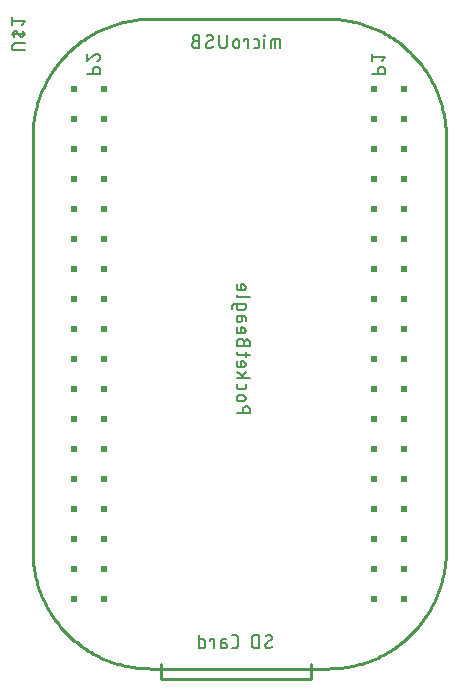
<source format=gbr>
G04 EAGLE Gerber RS-274X export*
G75*
%MOMM*%
%FSLAX34Y34*%
%LPD*%
%INSilkscreen Bottom*%
%IPPOS*%
%AMOC8*
5,1,8,0,0,1.08239X$1,22.5*%
G01*
%ADD10R,0.508000X0.508000*%
%ADD11C,0.254000*%
%ADD12C,0.152400*%


D10*
X828300Y791800D03*
X802900Y791800D03*
X802900Y766400D03*
X828300Y766400D03*
X802900Y741000D03*
X828300Y741000D03*
X802900Y715600D03*
X802900Y690200D03*
X802900Y664800D03*
X828300Y715600D03*
X828300Y690200D03*
X828300Y664800D03*
X802900Y639400D03*
X828300Y639400D03*
X802900Y614000D03*
X828300Y614000D03*
X802900Y588600D03*
X828300Y588600D03*
X802900Y563200D03*
X828300Y563200D03*
X802900Y537800D03*
X828300Y537800D03*
X802900Y512400D03*
X828300Y512400D03*
X802900Y487000D03*
X828300Y487000D03*
X802900Y461600D03*
X828300Y461600D03*
X802900Y436200D03*
X828300Y436200D03*
X802900Y410800D03*
X828300Y410800D03*
X802900Y385400D03*
X828300Y385400D03*
X802900Y360000D03*
X828300Y360000D03*
X574300Y791800D03*
X548900Y791800D03*
X548900Y766400D03*
X574300Y766400D03*
X548900Y741000D03*
X574300Y741000D03*
X548900Y715600D03*
X548900Y690200D03*
X548900Y664800D03*
X574300Y715600D03*
X574300Y690200D03*
X574300Y664800D03*
X548900Y639400D03*
X574300Y639400D03*
X548900Y614000D03*
X574300Y614000D03*
X548900Y588600D03*
X574300Y588600D03*
X548900Y563200D03*
X574300Y563200D03*
X548900Y537800D03*
X574300Y537800D03*
X548900Y512400D03*
X574300Y512400D03*
X548900Y487000D03*
X574300Y487000D03*
X548900Y461600D03*
X574300Y461600D03*
X548900Y436200D03*
X574300Y436200D03*
X548900Y410800D03*
X574300Y410800D03*
X548900Y385400D03*
X574300Y385400D03*
X548900Y360000D03*
X574300Y360000D03*
D11*
X513600Y400900D02*
X513600Y750900D01*
X513629Y753316D01*
X513717Y755731D01*
X513863Y758143D01*
X514067Y760551D01*
X514329Y762954D01*
X514649Y765349D01*
X515027Y767736D01*
X515463Y770113D01*
X515956Y772478D01*
X516506Y774832D01*
X517112Y777171D01*
X517775Y779495D01*
X518494Y781802D01*
X519269Y784091D01*
X520098Y786360D01*
X520983Y788609D01*
X521921Y790836D01*
X522913Y793040D01*
X523957Y795219D01*
X525054Y797372D01*
X526203Y799498D01*
X527403Y801596D01*
X528653Y803664D01*
X529953Y805701D01*
X531302Y807706D01*
X532698Y809679D01*
X534142Y811616D01*
X535633Y813519D01*
X537168Y815384D01*
X538749Y817212D01*
X540373Y819002D01*
X542040Y820751D01*
X543749Y822460D01*
X545498Y824127D01*
X547288Y825751D01*
X549116Y827332D01*
X550981Y828867D01*
X552884Y830358D01*
X554821Y831802D01*
X556794Y833198D01*
X558799Y834547D01*
X560836Y835847D01*
X562904Y837097D01*
X565002Y838297D01*
X567128Y839446D01*
X569281Y840543D01*
X571460Y841587D01*
X573664Y842579D01*
X575891Y843517D01*
X578140Y844402D01*
X580409Y845231D01*
X582698Y846006D01*
X585005Y846725D01*
X587329Y847388D01*
X589668Y847994D01*
X592022Y848544D01*
X594387Y849037D01*
X596764Y849473D01*
X599151Y849851D01*
X601546Y850171D01*
X603949Y850433D01*
X606357Y850637D01*
X608769Y850783D01*
X611184Y850871D01*
X613600Y850900D01*
X763600Y850900D01*
X766016Y850871D01*
X768431Y850783D01*
X770843Y850637D01*
X773251Y850433D01*
X775654Y850171D01*
X778049Y849851D01*
X780436Y849473D01*
X782813Y849037D01*
X785178Y848544D01*
X787532Y847994D01*
X789871Y847388D01*
X792195Y846725D01*
X794502Y846006D01*
X796791Y845231D01*
X799060Y844402D01*
X801309Y843517D01*
X803536Y842579D01*
X805740Y841587D01*
X807919Y840543D01*
X810072Y839446D01*
X812198Y838297D01*
X814296Y837097D01*
X816364Y835847D01*
X818401Y834547D01*
X820406Y833198D01*
X822379Y831802D01*
X824316Y830358D01*
X826219Y828867D01*
X828084Y827332D01*
X829912Y825751D01*
X831702Y824127D01*
X833451Y822460D01*
X835160Y820751D01*
X836827Y819002D01*
X838451Y817212D01*
X840032Y815384D01*
X841567Y813519D01*
X843058Y811616D01*
X844502Y809679D01*
X845898Y807706D01*
X847247Y805701D01*
X848547Y803664D01*
X849797Y801596D01*
X850997Y799498D01*
X852146Y797372D01*
X853243Y795219D01*
X854287Y793040D01*
X855279Y790836D01*
X856217Y788609D01*
X857102Y786360D01*
X857931Y784091D01*
X858706Y781802D01*
X859425Y779495D01*
X860088Y777171D01*
X860694Y774832D01*
X861244Y772478D01*
X861737Y770113D01*
X862173Y767736D01*
X862551Y765349D01*
X862871Y762954D01*
X863133Y760551D01*
X863337Y758143D01*
X863483Y755731D01*
X863571Y753316D01*
X863600Y750900D01*
X863600Y400900D01*
X863571Y398484D01*
X863483Y396069D01*
X863337Y393657D01*
X863133Y391249D01*
X862871Y388846D01*
X862551Y386451D01*
X862173Y384064D01*
X861737Y381687D01*
X861244Y379322D01*
X860694Y376968D01*
X860088Y374629D01*
X859425Y372305D01*
X858706Y369998D01*
X857931Y367709D01*
X857102Y365440D01*
X856217Y363191D01*
X855279Y360964D01*
X854287Y358760D01*
X853243Y356581D01*
X852146Y354428D01*
X850997Y352302D01*
X849797Y350204D01*
X848547Y348136D01*
X847247Y346099D01*
X845898Y344094D01*
X844502Y342121D01*
X843058Y340184D01*
X841567Y338281D01*
X840032Y336416D01*
X838451Y334588D01*
X836827Y332798D01*
X835160Y331049D01*
X833451Y329340D01*
X831702Y327673D01*
X829912Y326049D01*
X828084Y324468D01*
X826219Y322933D01*
X824316Y321442D01*
X822379Y319998D01*
X820406Y318602D01*
X818401Y317253D01*
X816364Y315953D01*
X814296Y314703D01*
X812198Y313503D01*
X810072Y312354D01*
X807919Y311257D01*
X805740Y310213D01*
X803536Y309221D01*
X801309Y308283D01*
X799060Y307398D01*
X796791Y306569D01*
X794502Y305794D01*
X792195Y305075D01*
X789871Y304412D01*
X787532Y303806D01*
X785178Y303256D01*
X782813Y302763D01*
X780436Y302327D01*
X778049Y301949D01*
X775654Y301629D01*
X773251Y301367D01*
X770843Y301163D01*
X768431Y301017D01*
X766016Y300929D01*
X763600Y300900D01*
X613600Y300900D01*
X611184Y300929D01*
X608769Y301017D01*
X606357Y301163D01*
X603949Y301367D01*
X601546Y301629D01*
X599151Y301949D01*
X596764Y302327D01*
X594387Y302763D01*
X592022Y303256D01*
X589668Y303806D01*
X587329Y304412D01*
X585005Y305075D01*
X582698Y305794D01*
X580409Y306569D01*
X578140Y307398D01*
X575891Y308283D01*
X573664Y309221D01*
X571460Y310213D01*
X569281Y311257D01*
X567128Y312354D01*
X565002Y313503D01*
X562904Y314703D01*
X560836Y315953D01*
X558799Y317253D01*
X556794Y318602D01*
X554821Y319998D01*
X552884Y321442D01*
X550981Y322933D01*
X549116Y324468D01*
X547288Y326049D01*
X545498Y327673D01*
X543749Y329340D01*
X542040Y331049D01*
X540373Y332798D01*
X538749Y334588D01*
X537168Y336416D01*
X535633Y338281D01*
X534142Y340184D01*
X532698Y342121D01*
X531302Y344094D01*
X529953Y346099D01*
X528653Y348136D01*
X527403Y350204D01*
X526203Y352302D01*
X525054Y354428D01*
X523957Y356581D01*
X522913Y358760D01*
X521921Y360964D01*
X520983Y363191D01*
X520098Y365440D01*
X519269Y367709D01*
X518494Y369998D01*
X517775Y372305D01*
X517112Y374629D01*
X516506Y376968D01*
X515956Y379322D01*
X515463Y381687D01*
X515027Y384064D01*
X514649Y386451D01*
X514329Y388846D01*
X514067Y391249D01*
X513863Y393657D01*
X513717Y396069D01*
X513629Y398484D01*
X513600Y400900D01*
D12*
X686562Y516806D02*
X697738Y516806D01*
X697738Y519910D01*
X697736Y520021D01*
X697730Y520131D01*
X697720Y520242D01*
X697706Y520352D01*
X697689Y520461D01*
X697667Y520570D01*
X697642Y520678D01*
X697612Y520784D01*
X697579Y520890D01*
X697542Y520995D01*
X697502Y521098D01*
X697457Y521199D01*
X697410Y521299D01*
X697358Y521398D01*
X697303Y521494D01*
X697245Y521588D01*
X697184Y521680D01*
X697119Y521770D01*
X697051Y521858D01*
X696980Y521943D01*
X696906Y522025D01*
X696829Y522105D01*
X696749Y522182D01*
X696667Y522256D01*
X696582Y522327D01*
X696494Y522395D01*
X696404Y522460D01*
X696312Y522521D01*
X696218Y522579D01*
X696122Y522634D01*
X696023Y522686D01*
X695923Y522733D01*
X695822Y522778D01*
X695719Y522818D01*
X695614Y522855D01*
X695508Y522888D01*
X695402Y522918D01*
X695294Y522943D01*
X695185Y522965D01*
X695076Y522982D01*
X694966Y522996D01*
X694855Y523006D01*
X694745Y523012D01*
X694634Y523014D01*
X694523Y523012D01*
X694413Y523006D01*
X694302Y522996D01*
X694192Y522982D01*
X694083Y522965D01*
X693974Y522943D01*
X693866Y522918D01*
X693760Y522888D01*
X693654Y522855D01*
X693549Y522818D01*
X693446Y522778D01*
X693345Y522733D01*
X693245Y522686D01*
X693146Y522634D01*
X693050Y522579D01*
X692956Y522521D01*
X692864Y522460D01*
X692774Y522395D01*
X692686Y522327D01*
X692601Y522256D01*
X692519Y522182D01*
X692439Y522105D01*
X692362Y522025D01*
X692288Y521943D01*
X692217Y521858D01*
X692149Y521770D01*
X692084Y521680D01*
X692023Y521588D01*
X691965Y521494D01*
X691910Y521398D01*
X691858Y521299D01*
X691811Y521199D01*
X691766Y521098D01*
X691726Y520995D01*
X691689Y520890D01*
X691656Y520784D01*
X691626Y520678D01*
X691601Y520570D01*
X691579Y520461D01*
X691562Y520352D01*
X691548Y520242D01*
X691538Y520131D01*
X691532Y520021D01*
X691530Y519910D01*
X691529Y519910D02*
X691529Y516806D01*
X691529Y527502D02*
X689046Y527502D01*
X691529Y527501D02*
X691628Y527503D01*
X691726Y527509D01*
X691825Y527519D01*
X691922Y527532D01*
X692020Y527550D01*
X692116Y527571D01*
X692212Y527597D01*
X692306Y527626D01*
X692399Y527658D01*
X692491Y527695D01*
X692581Y527735D01*
X692670Y527779D01*
X692757Y527826D01*
X692842Y527876D01*
X692924Y527930D01*
X693005Y527987D01*
X693083Y528047D01*
X693159Y528111D01*
X693232Y528177D01*
X693303Y528246D01*
X693371Y528318D01*
X693435Y528393D01*
X693497Y528470D01*
X693556Y528549D01*
X693611Y528631D01*
X693664Y528715D01*
X693712Y528800D01*
X693758Y528888D01*
X693800Y528978D01*
X693838Y529069D01*
X693872Y529161D01*
X693903Y529255D01*
X693930Y529350D01*
X693954Y529446D01*
X693973Y529543D01*
X693989Y529640D01*
X694001Y529738D01*
X694009Y529837D01*
X694013Y529936D01*
X694013Y530034D01*
X694009Y530133D01*
X694001Y530232D01*
X693989Y530330D01*
X693973Y530427D01*
X693954Y530524D01*
X693930Y530620D01*
X693903Y530715D01*
X693872Y530809D01*
X693838Y530901D01*
X693800Y530992D01*
X693758Y531082D01*
X693712Y531170D01*
X693664Y531255D01*
X693611Y531339D01*
X693556Y531421D01*
X693497Y531500D01*
X693435Y531577D01*
X693371Y531652D01*
X693303Y531724D01*
X693232Y531793D01*
X693159Y531859D01*
X693083Y531923D01*
X693005Y531983D01*
X692924Y532040D01*
X692842Y532094D01*
X692757Y532144D01*
X692670Y532191D01*
X692581Y532235D01*
X692491Y532275D01*
X692399Y532312D01*
X692306Y532344D01*
X692212Y532373D01*
X692116Y532399D01*
X692020Y532420D01*
X691922Y532438D01*
X691825Y532451D01*
X691726Y532461D01*
X691628Y532467D01*
X691529Y532469D01*
X689046Y532469D01*
X688947Y532467D01*
X688849Y532461D01*
X688750Y532451D01*
X688653Y532438D01*
X688555Y532420D01*
X688459Y532399D01*
X688363Y532373D01*
X688269Y532344D01*
X688176Y532312D01*
X688084Y532275D01*
X687994Y532235D01*
X687905Y532191D01*
X687818Y532144D01*
X687733Y532094D01*
X687651Y532040D01*
X687570Y531983D01*
X687492Y531923D01*
X687416Y531859D01*
X687343Y531793D01*
X687272Y531724D01*
X687204Y531652D01*
X687140Y531577D01*
X687078Y531500D01*
X687019Y531421D01*
X686964Y531339D01*
X686911Y531255D01*
X686863Y531170D01*
X686817Y531082D01*
X686775Y530992D01*
X686737Y530901D01*
X686703Y530809D01*
X686672Y530715D01*
X686645Y530620D01*
X686621Y530524D01*
X686602Y530427D01*
X686586Y530330D01*
X686574Y530232D01*
X686566Y530133D01*
X686562Y530034D01*
X686562Y529936D01*
X686566Y529837D01*
X686574Y529738D01*
X686586Y529640D01*
X686602Y529543D01*
X686621Y529446D01*
X686645Y529350D01*
X686672Y529255D01*
X686703Y529161D01*
X686737Y529069D01*
X686775Y528978D01*
X686817Y528888D01*
X686863Y528800D01*
X686911Y528715D01*
X686964Y528631D01*
X687019Y528549D01*
X687078Y528470D01*
X687140Y528393D01*
X687204Y528318D01*
X687272Y528246D01*
X687343Y528177D01*
X687416Y528111D01*
X687492Y528047D01*
X687570Y527987D01*
X687651Y527930D01*
X687733Y527876D01*
X687818Y527826D01*
X687905Y527779D01*
X687994Y527735D01*
X688084Y527695D01*
X688176Y527658D01*
X688269Y527626D01*
X688363Y527597D01*
X688459Y527571D01*
X688555Y527550D01*
X688653Y527532D01*
X688750Y527519D01*
X688849Y527509D01*
X688947Y527503D01*
X689046Y527501D01*
X686562Y539287D02*
X686562Y541770D01*
X686562Y539287D02*
X686564Y539203D01*
X686569Y539120D01*
X686579Y539037D01*
X686592Y538954D01*
X686609Y538872D01*
X686629Y538791D01*
X686653Y538711D01*
X686681Y538632D01*
X686712Y538555D01*
X686746Y538479D01*
X686784Y538404D01*
X686826Y538331D01*
X686870Y538261D01*
X686918Y538192D01*
X686968Y538125D01*
X687022Y538061D01*
X687078Y538000D01*
X687138Y537940D01*
X687199Y537884D01*
X687263Y537830D01*
X687330Y537780D01*
X687399Y537732D01*
X687469Y537688D01*
X687542Y537646D01*
X687617Y537608D01*
X687693Y537574D01*
X687770Y537543D01*
X687849Y537515D01*
X687929Y537491D01*
X688010Y537471D01*
X688092Y537454D01*
X688175Y537441D01*
X688258Y537431D01*
X688341Y537426D01*
X688425Y537424D01*
X692150Y537424D01*
X692234Y537426D01*
X692317Y537432D01*
X692400Y537441D01*
X692483Y537454D01*
X692565Y537471D01*
X692646Y537491D01*
X692726Y537515D01*
X692805Y537543D01*
X692882Y537574D01*
X692958Y537608D01*
X693033Y537646D01*
X693106Y537688D01*
X693176Y537732D01*
X693245Y537780D01*
X693312Y537830D01*
X693376Y537884D01*
X693437Y537940D01*
X693497Y538000D01*
X693553Y538061D01*
X693607Y538125D01*
X693657Y538192D01*
X693705Y538261D01*
X693749Y538331D01*
X693791Y538404D01*
X693829Y538479D01*
X693863Y538555D01*
X693894Y538632D01*
X693922Y538711D01*
X693946Y538791D01*
X693966Y538872D01*
X693983Y538954D01*
X693996Y539037D01*
X694006Y539120D01*
X694011Y539203D01*
X694013Y539287D01*
X694013Y541770D01*
X697738Y546721D02*
X686562Y546721D01*
X690287Y546721D02*
X694013Y551688D01*
X691840Y548894D02*
X686562Y551688D01*
X686562Y557939D02*
X686562Y561044D01*
X686562Y557939D02*
X686564Y557855D01*
X686569Y557772D01*
X686579Y557689D01*
X686592Y557606D01*
X686609Y557524D01*
X686629Y557443D01*
X686653Y557363D01*
X686681Y557284D01*
X686712Y557207D01*
X686746Y557131D01*
X686784Y557056D01*
X686826Y556983D01*
X686870Y556913D01*
X686918Y556844D01*
X686968Y556777D01*
X687022Y556713D01*
X687078Y556652D01*
X687138Y556592D01*
X687199Y556536D01*
X687263Y556482D01*
X687330Y556432D01*
X687399Y556384D01*
X687469Y556340D01*
X687542Y556298D01*
X687617Y556260D01*
X687693Y556226D01*
X687770Y556195D01*
X687849Y556167D01*
X687929Y556143D01*
X688010Y556123D01*
X688092Y556106D01*
X688175Y556093D01*
X688258Y556083D01*
X688341Y556078D01*
X688425Y556076D01*
X688425Y556077D02*
X691529Y556077D01*
X691529Y556076D02*
X691628Y556078D01*
X691726Y556084D01*
X691825Y556094D01*
X691922Y556107D01*
X692020Y556125D01*
X692116Y556146D01*
X692212Y556172D01*
X692306Y556201D01*
X692399Y556233D01*
X692491Y556270D01*
X692581Y556310D01*
X692670Y556354D01*
X692757Y556401D01*
X692842Y556451D01*
X692924Y556505D01*
X693005Y556562D01*
X693083Y556622D01*
X693159Y556686D01*
X693232Y556752D01*
X693303Y556821D01*
X693371Y556893D01*
X693435Y556968D01*
X693497Y557045D01*
X693556Y557124D01*
X693611Y557206D01*
X693664Y557290D01*
X693712Y557375D01*
X693758Y557463D01*
X693800Y557553D01*
X693838Y557644D01*
X693872Y557736D01*
X693903Y557830D01*
X693930Y557925D01*
X693954Y558021D01*
X693973Y558118D01*
X693989Y558215D01*
X694001Y558313D01*
X694009Y558412D01*
X694013Y558511D01*
X694013Y558609D01*
X694009Y558708D01*
X694001Y558807D01*
X693989Y558905D01*
X693973Y559002D01*
X693954Y559099D01*
X693930Y559195D01*
X693903Y559290D01*
X693872Y559384D01*
X693838Y559476D01*
X693800Y559567D01*
X693758Y559657D01*
X693712Y559745D01*
X693664Y559830D01*
X693611Y559914D01*
X693556Y559996D01*
X693497Y560075D01*
X693435Y560152D01*
X693371Y560227D01*
X693303Y560299D01*
X693232Y560368D01*
X693159Y560434D01*
X693083Y560498D01*
X693005Y560558D01*
X692924Y560615D01*
X692842Y560669D01*
X692757Y560719D01*
X692670Y560766D01*
X692581Y560810D01*
X692491Y560850D01*
X692399Y560887D01*
X692306Y560919D01*
X692212Y560948D01*
X692116Y560974D01*
X692020Y560995D01*
X691922Y561013D01*
X691825Y561026D01*
X691726Y561036D01*
X691628Y561042D01*
X691529Y561044D01*
X690287Y561044D01*
X690287Y556077D01*
X694013Y564964D02*
X694013Y568689D01*
X697738Y566206D02*
X688425Y566206D01*
X688425Y566205D02*
X688341Y566207D01*
X688258Y566212D01*
X688175Y566222D01*
X688092Y566235D01*
X688010Y566252D01*
X687929Y566272D01*
X687849Y566296D01*
X687770Y566324D01*
X687693Y566355D01*
X687617Y566389D01*
X687542Y566427D01*
X687469Y566469D01*
X687399Y566513D01*
X687330Y566561D01*
X687263Y566611D01*
X687199Y566665D01*
X687138Y566721D01*
X687078Y566781D01*
X687022Y566842D01*
X686968Y566906D01*
X686918Y566973D01*
X686870Y567042D01*
X686826Y567112D01*
X686784Y567185D01*
X686746Y567260D01*
X686712Y567336D01*
X686681Y567413D01*
X686653Y567492D01*
X686629Y567572D01*
X686609Y567653D01*
X686592Y567735D01*
X686579Y567818D01*
X686569Y567901D01*
X686564Y567984D01*
X686562Y568068D01*
X686562Y568689D01*
X692771Y573955D02*
X692771Y577060D01*
X692770Y577060D02*
X692768Y577171D01*
X692762Y577281D01*
X692752Y577392D01*
X692738Y577502D01*
X692721Y577611D01*
X692699Y577720D01*
X692674Y577828D01*
X692644Y577934D01*
X692611Y578040D01*
X692574Y578145D01*
X692534Y578248D01*
X692489Y578349D01*
X692442Y578449D01*
X692390Y578548D01*
X692335Y578644D01*
X692277Y578738D01*
X692216Y578830D01*
X692151Y578920D01*
X692083Y579008D01*
X692012Y579093D01*
X691938Y579175D01*
X691861Y579255D01*
X691781Y579332D01*
X691699Y579406D01*
X691614Y579477D01*
X691526Y579545D01*
X691436Y579610D01*
X691344Y579671D01*
X691250Y579729D01*
X691154Y579784D01*
X691055Y579836D01*
X690955Y579883D01*
X690854Y579928D01*
X690751Y579968D01*
X690646Y580005D01*
X690540Y580038D01*
X690434Y580068D01*
X690326Y580093D01*
X690217Y580115D01*
X690108Y580132D01*
X689998Y580146D01*
X689887Y580156D01*
X689777Y580162D01*
X689666Y580164D01*
X689555Y580162D01*
X689445Y580156D01*
X689334Y580146D01*
X689224Y580132D01*
X689115Y580115D01*
X689006Y580093D01*
X688898Y580068D01*
X688792Y580038D01*
X688686Y580005D01*
X688581Y579968D01*
X688478Y579928D01*
X688377Y579883D01*
X688277Y579836D01*
X688178Y579784D01*
X688082Y579729D01*
X687988Y579671D01*
X687896Y579610D01*
X687806Y579545D01*
X687718Y579477D01*
X687633Y579406D01*
X687551Y579332D01*
X687471Y579255D01*
X687394Y579175D01*
X687320Y579093D01*
X687249Y579008D01*
X687181Y578920D01*
X687116Y578830D01*
X687055Y578738D01*
X686997Y578644D01*
X686942Y578548D01*
X686890Y578449D01*
X686843Y578349D01*
X686798Y578248D01*
X686758Y578145D01*
X686721Y578040D01*
X686688Y577934D01*
X686658Y577828D01*
X686633Y577720D01*
X686611Y577611D01*
X686594Y577502D01*
X686580Y577392D01*
X686570Y577281D01*
X686564Y577171D01*
X686562Y577060D01*
X686562Y573955D01*
X697738Y573955D01*
X697738Y577060D01*
X697736Y577159D01*
X697730Y577257D01*
X697720Y577356D01*
X697707Y577453D01*
X697689Y577551D01*
X697668Y577647D01*
X697642Y577743D01*
X697613Y577837D01*
X697581Y577930D01*
X697544Y578022D01*
X697504Y578112D01*
X697460Y578201D01*
X697413Y578288D01*
X697363Y578373D01*
X697309Y578455D01*
X697252Y578536D01*
X697192Y578614D01*
X697128Y578690D01*
X697062Y578763D01*
X696993Y578834D01*
X696921Y578902D01*
X696846Y578966D01*
X696769Y579028D01*
X696690Y579087D01*
X696608Y579142D01*
X696524Y579195D01*
X696439Y579243D01*
X696351Y579289D01*
X696261Y579331D01*
X696170Y579369D01*
X696078Y579403D01*
X695984Y579434D01*
X695889Y579461D01*
X695793Y579485D01*
X695696Y579504D01*
X695599Y579520D01*
X695501Y579532D01*
X695402Y579540D01*
X695303Y579544D01*
X695205Y579544D01*
X695106Y579540D01*
X695007Y579532D01*
X694909Y579520D01*
X694812Y579504D01*
X694715Y579485D01*
X694619Y579461D01*
X694524Y579434D01*
X694430Y579403D01*
X694338Y579369D01*
X694247Y579331D01*
X694157Y579289D01*
X694069Y579243D01*
X693984Y579195D01*
X693900Y579142D01*
X693818Y579087D01*
X693739Y579028D01*
X693662Y578966D01*
X693587Y578902D01*
X693515Y578834D01*
X693446Y578763D01*
X693380Y578690D01*
X693316Y578614D01*
X693256Y578536D01*
X693199Y578455D01*
X693145Y578373D01*
X693095Y578288D01*
X693048Y578201D01*
X693004Y578112D01*
X692964Y578022D01*
X692927Y577930D01*
X692895Y577837D01*
X692866Y577743D01*
X692840Y577647D01*
X692819Y577551D01*
X692801Y577453D01*
X692788Y577356D01*
X692778Y577257D01*
X692772Y577159D01*
X692770Y577060D01*
X686562Y586514D02*
X686562Y589619D01*
X686562Y586514D02*
X686564Y586430D01*
X686569Y586347D01*
X686579Y586264D01*
X686592Y586181D01*
X686609Y586099D01*
X686629Y586018D01*
X686653Y585938D01*
X686681Y585859D01*
X686712Y585782D01*
X686746Y585706D01*
X686784Y585631D01*
X686826Y585558D01*
X686870Y585488D01*
X686918Y585419D01*
X686968Y585352D01*
X687022Y585288D01*
X687078Y585227D01*
X687138Y585167D01*
X687199Y585111D01*
X687263Y585057D01*
X687330Y585007D01*
X687399Y584959D01*
X687469Y584915D01*
X687542Y584873D01*
X687617Y584835D01*
X687693Y584801D01*
X687770Y584770D01*
X687849Y584742D01*
X687929Y584718D01*
X688010Y584698D01*
X688092Y584681D01*
X688175Y584668D01*
X688258Y584658D01*
X688341Y584653D01*
X688425Y584651D01*
X688425Y584652D02*
X691529Y584652D01*
X691529Y584651D02*
X691628Y584653D01*
X691726Y584659D01*
X691825Y584669D01*
X691922Y584682D01*
X692020Y584700D01*
X692116Y584721D01*
X692212Y584747D01*
X692306Y584776D01*
X692399Y584808D01*
X692491Y584845D01*
X692581Y584885D01*
X692670Y584929D01*
X692757Y584976D01*
X692842Y585026D01*
X692924Y585080D01*
X693005Y585137D01*
X693083Y585197D01*
X693159Y585261D01*
X693232Y585327D01*
X693303Y585396D01*
X693371Y585468D01*
X693435Y585543D01*
X693497Y585620D01*
X693556Y585699D01*
X693611Y585781D01*
X693664Y585865D01*
X693712Y585950D01*
X693758Y586038D01*
X693800Y586128D01*
X693838Y586219D01*
X693872Y586311D01*
X693903Y586405D01*
X693930Y586500D01*
X693954Y586596D01*
X693973Y586693D01*
X693989Y586790D01*
X694001Y586888D01*
X694009Y586987D01*
X694013Y587086D01*
X694013Y587184D01*
X694009Y587283D01*
X694001Y587382D01*
X693989Y587480D01*
X693973Y587577D01*
X693954Y587674D01*
X693930Y587770D01*
X693903Y587865D01*
X693872Y587959D01*
X693838Y588051D01*
X693800Y588142D01*
X693758Y588232D01*
X693712Y588320D01*
X693664Y588405D01*
X693611Y588489D01*
X693556Y588571D01*
X693497Y588650D01*
X693435Y588727D01*
X693371Y588802D01*
X693303Y588874D01*
X693232Y588943D01*
X693159Y589009D01*
X693083Y589073D01*
X693005Y589133D01*
X692924Y589190D01*
X692842Y589244D01*
X692757Y589294D01*
X692670Y589341D01*
X692581Y589385D01*
X692491Y589425D01*
X692399Y589462D01*
X692306Y589494D01*
X692212Y589523D01*
X692116Y589549D01*
X692020Y589570D01*
X691922Y589588D01*
X691825Y589601D01*
X691726Y589611D01*
X691628Y589617D01*
X691529Y589619D01*
X690287Y589619D01*
X690287Y584652D01*
X690908Y596657D02*
X690908Y599451D01*
X690908Y596657D02*
X690906Y596565D01*
X690900Y596473D01*
X690890Y596381D01*
X690877Y596290D01*
X690859Y596199D01*
X690838Y596109D01*
X690813Y596021D01*
X690784Y595933D01*
X690751Y595847D01*
X690715Y595762D01*
X690675Y595679D01*
X690632Y595597D01*
X690585Y595518D01*
X690535Y595440D01*
X690482Y595365D01*
X690426Y595292D01*
X690366Y595221D01*
X690304Y595153D01*
X690239Y595088D01*
X690171Y595026D01*
X690100Y594966D01*
X690027Y594910D01*
X689952Y594857D01*
X689874Y594807D01*
X689795Y594760D01*
X689713Y594717D01*
X689630Y594677D01*
X689545Y594641D01*
X689459Y594608D01*
X689371Y594579D01*
X689283Y594554D01*
X689193Y594533D01*
X689102Y594515D01*
X689011Y594502D01*
X688919Y594492D01*
X688827Y594486D01*
X688735Y594484D01*
X688643Y594486D01*
X688551Y594492D01*
X688459Y594502D01*
X688368Y594515D01*
X688277Y594533D01*
X688187Y594554D01*
X688099Y594579D01*
X688011Y594608D01*
X687925Y594641D01*
X687840Y594677D01*
X687757Y594717D01*
X687675Y594760D01*
X687596Y594807D01*
X687518Y594857D01*
X687443Y594910D01*
X687370Y594966D01*
X687299Y595026D01*
X687231Y595088D01*
X687166Y595153D01*
X687104Y595221D01*
X687044Y595292D01*
X686988Y595365D01*
X686935Y595440D01*
X686885Y595518D01*
X686838Y595597D01*
X686795Y595679D01*
X686755Y595762D01*
X686719Y595847D01*
X686686Y595933D01*
X686657Y596021D01*
X686632Y596109D01*
X686611Y596199D01*
X686593Y596290D01*
X686580Y596381D01*
X686570Y596473D01*
X686564Y596565D01*
X686562Y596657D01*
X686562Y599451D01*
X692150Y599451D01*
X692234Y599449D01*
X692317Y599444D01*
X692400Y599434D01*
X692483Y599421D01*
X692565Y599404D01*
X692646Y599384D01*
X692726Y599360D01*
X692805Y599332D01*
X692882Y599301D01*
X692958Y599267D01*
X693033Y599229D01*
X693106Y599187D01*
X693176Y599143D01*
X693245Y599095D01*
X693312Y599045D01*
X693376Y598991D01*
X693437Y598935D01*
X693497Y598875D01*
X693553Y598814D01*
X693607Y598750D01*
X693657Y598683D01*
X693705Y598614D01*
X693749Y598544D01*
X693791Y598471D01*
X693829Y598396D01*
X693863Y598320D01*
X693894Y598243D01*
X693922Y598164D01*
X693946Y598084D01*
X693966Y598003D01*
X693983Y597921D01*
X693996Y597838D01*
X694006Y597755D01*
X694011Y597672D01*
X694013Y597588D01*
X694013Y595105D01*
X686562Y606633D02*
X686562Y609738D01*
X686562Y606633D02*
X686564Y606549D01*
X686569Y606466D01*
X686579Y606383D01*
X686592Y606300D01*
X686609Y606218D01*
X686629Y606137D01*
X686653Y606057D01*
X686681Y605978D01*
X686712Y605901D01*
X686746Y605825D01*
X686784Y605750D01*
X686826Y605677D01*
X686870Y605607D01*
X686918Y605538D01*
X686968Y605471D01*
X687022Y605407D01*
X687078Y605346D01*
X687138Y605286D01*
X687199Y605230D01*
X687263Y605176D01*
X687330Y605126D01*
X687399Y605078D01*
X687469Y605034D01*
X687542Y604992D01*
X687617Y604954D01*
X687693Y604920D01*
X687770Y604889D01*
X687849Y604861D01*
X687929Y604837D01*
X688010Y604817D01*
X688092Y604800D01*
X688175Y604787D01*
X688258Y604777D01*
X688341Y604772D01*
X688425Y604770D01*
X688425Y604771D02*
X692150Y604771D01*
X692150Y604770D02*
X692234Y604772D01*
X692317Y604778D01*
X692400Y604787D01*
X692483Y604800D01*
X692565Y604817D01*
X692646Y604837D01*
X692726Y604861D01*
X692805Y604889D01*
X692882Y604920D01*
X692958Y604954D01*
X693033Y604992D01*
X693106Y605034D01*
X693176Y605078D01*
X693245Y605126D01*
X693312Y605176D01*
X693376Y605230D01*
X693437Y605286D01*
X693497Y605346D01*
X693553Y605407D01*
X693607Y605471D01*
X693657Y605538D01*
X693705Y605607D01*
X693749Y605677D01*
X693791Y605750D01*
X693829Y605825D01*
X693863Y605901D01*
X693894Y605978D01*
X693922Y606057D01*
X693946Y606137D01*
X693966Y606218D01*
X693983Y606300D01*
X693996Y606383D01*
X694006Y606466D01*
X694011Y606549D01*
X694013Y606633D01*
X694013Y609738D01*
X684699Y609738D01*
X684613Y609736D01*
X684527Y609730D01*
X684442Y609720D01*
X684357Y609706D01*
X684272Y609689D01*
X684189Y609667D01*
X684107Y609641D01*
X684026Y609612D01*
X683947Y609579D01*
X683869Y609543D01*
X683792Y609503D01*
X683718Y609459D01*
X683646Y609412D01*
X683576Y609362D01*
X683509Y609308D01*
X683444Y609252D01*
X683382Y609192D01*
X683322Y609130D01*
X683266Y609065D01*
X683212Y608998D01*
X683162Y608928D01*
X683115Y608856D01*
X683071Y608782D01*
X683031Y608705D01*
X682995Y608628D01*
X682962Y608548D01*
X682933Y608467D01*
X682907Y608385D01*
X682885Y608302D01*
X682868Y608217D01*
X682854Y608132D01*
X682844Y608047D01*
X682838Y607961D01*
X682836Y607875D01*
X682837Y607875D02*
X682837Y605392D01*
X688425Y615223D02*
X697738Y615223D01*
X688425Y615223D02*
X688341Y615225D01*
X688258Y615230D01*
X688175Y615240D01*
X688092Y615253D01*
X688010Y615270D01*
X687929Y615290D01*
X687849Y615314D01*
X687770Y615342D01*
X687693Y615373D01*
X687617Y615407D01*
X687542Y615445D01*
X687469Y615487D01*
X687399Y615531D01*
X687330Y615579D01*
X687263Y615629D01*
X687199Y615683D01*
X687138Y615739D01*
X687078Y615799D01*
X687022Y615860D01*
X686968Y615924D01*
X686918Y615991D01*
X686870Y616060D01*
X686826Y616130D01*
X686784Y616203D01*
X686746Y616278D01*
X686712Y616354D01*
X686681Y616431D01*
X686653Y616510D01*
X686629Y616590D01*
X686609Y616671D01*
X686592Y616753D01*
X686579Y616836D01*
X686569Y616919D01*
X686564Y617002D01*
X686562Y617086D01*
X686562Y623090D02*
X686562Y626194D01*
X686562Y623090D02*
X686564Y623006D01*
X686569Y622923D01*
X686579Y622840D01*
X686592Y622757D01*
X686609Y622675D01*
X686629Y622594D01*
X686653Y622514D01*
X686681Y622435D01*
X686712Y622358D01*
X686746Y622282D01*
X686784Y622207D01*
X686826Y622134D01*
X686870Y622064D01*
X686918Y621995D01*
X686968Y621928D01*
X687022Y621864D01*
X687078Y621803D01*
X687138Y621743D01*
X687199Y621687D01*
X687263Y621633D01*
X687330Y621583D01*
X687399Y621535D01*
X687469Y621491D01*
X687542Y621449D01*
X687617Y621411D01*
X687693Y621377D01*
X687770Y621346D01*
X687849Y621318D01*
X687929Y621294D01*
X688010Y621274D01*
X688092Y621257D01*
X688175Y621244D01*
X688258Y621234D01*
X688341Y621229D01*
X688425Y621227D01*
X691529Y621227D01*
X691628Y621229D01*
X691726Y621235D01*
X691825Y621245D01*
X691922Y621258D01*
X692020Y621276D01*
X692116Y621297D01*
X692212Y621323D01*
X692306Y621352D01*
X692399Y621384D01*
X692491Y621421D01*
X692581Y621461D01*
X692670Y621505D01*
X692757Y621552D01*
X692842Y621602D01*
X692924Y621656D01*
X693005Y621713D01*
X693083Y621773D01*
X693159Y621837D01*
X693232Y621903D01*
X693303Y621972D01*
X693371Y622044D01*
X693435Y622119D01*
X693497Y622196D01*
X693556Y622275D01*
X693611Y622357D01*
X693664Y622441D01*
X693712Y622526D01*
X693758Y622614D01*
X693800Y622704D01*
X693838Y622795D01*
X693872Y622887D01*
X693903Y622981D01*
X693930Y623076D01*
X693954Y623172D01*
X693973Y623269D01*
X693989Y623366D01*
X694001Y623464D01*
X694009Y623563D01*
X694013Y623662D01*
X694013Y623760D01*
X694009Y623859D01*
X694001Y623958D01*
X693989Y624056D01*
X693973Y624153D01*
X693954Y624250D01*
X693930Y624346D01*
X693903Y624441D01*
X693872Y624535D01*
X693838Y624627D01*
X693800Y624718D01*
X693758Y624808D01*
X693712Y624896D01*
X693664Y624981D01*
X693611Y625065D01*
X693556Y625147D01*
X693497Y625226D01*
X693435Y625303D01*
X693371Y625378D01*
X693303Y625450D01*
X693232Y625519D01*
X693159Y625585D01*
X693083Y625649D01*
X693005Y625709D01*
X692924Y625766D01*
X692842Y625820D01*
X692757Y625870D01*
X692670Y625917D01*
X692581Y625961D01*
X692491Y626001D01*
X692399Y626038D01*
X692306Y626070D01*
X692212Y626099D01*
X692116Y626125D01*
X692020Y626146D01*
X691922Y626164D01*
X691825Y626177D01*
X691726Y626187D01*
X691628Y626193D01*
X691529Y626195D01*
X691529Y626194D02*
X690287Y626194D01*
X690287Y621227D01*
X570738Y804277D02*
X559562Y804277D01*
X570738Y804277D02*
X570738Y807381D01*
X570736Y807492D01*
X570730Y807602D01*
X570720Y807713D01*
X570706Y807823D01*
X570689Y807932D01*
X570667Y808041D01*
X570642Y808149D01*
X570612Y808255D01*
X570579Y808361D01*
X570542Y808466D01*
X570502Y808569D01*
X570457Y808670D01*
X570410Y808770D01*
X570358Y808869D01*
X570303Y808965D01*
X570245Y809059D01*
X570184Y809151D01*
X570119Y809241D01*
X570051Y809329D01*
X569980Y809414D01*
X569906Y809496D01*
X569829Y809576D01*
X569749Y809653D01*
X569667Y809727D01*
X569582Y809798D01*
X569494Y809866D01*
X569404Y809931D01*
X569312Y809992D01*
X569218Y810050D01*
X569122Y810105D01*
X569023Y810157D01*
X568923Y810204D01*
X568822Y810249D01*
X568719Y810289D01*
X568614Y810326D01*
X568508Y810359D01*
X568402Y810389D01*
X568294Y810414D01*
X568185Y810436D01*
X568076Y810453D01*
X567966Y810467D01*
X567855Y810477D01*
X567745Y810483D01*
X567634Y810485D01*
X567523Y810483D01*
X567413Y810477D01*
X567302Y810467D01*
X567192Y810453D01*
X567083Y810436D01*
X566974Y810414D01*
X566866Y810389D01*
X566760Y810359D01*
X566654Y810326D01*
X566549Y810289D01*
X566446Y810249D01*
X566345Y810204D01*
X566245Y810157D01*
X566146Y810105D01*
X566050Y810050D01*
X565956Y809992D01*
X565864Y809931D01*
X565774Y809866D01*
X565686Y809798D01*
X565601Y809727D01*
X565519Y809653D01*
X565439Y809576D01*
X565362Y809496D01*
X565288Y809414D01*
X565217Y809329D01*
X565149Y809241D01*
X565084Y809151D01*
X565023Y809059D01*
X564965Y808965D01*
X564910Y808869D01*
X564858Y808770D01*
X564811Y808670D01*
X564766Y808569D01*
X564726Y808466D01*
X564689Y808361D01*
X564656Y808255D01*
X564626Y808149D01*
X564601Y808041D01*
X564579Y807932D01*
X564562Y807823D01*
X564548Y807713D01*
X564538Y807602D01*
X564532Y807492D01*
X564530Y807381D01*
X564529Y807381D02*
X564529Y804277D01*
X570738Y818529D02*
X570736Y818633D01*
X570730Y818738D01*
X570720Y818842D01*
X570707Y818945D01*
X570689Y819048D01*
X570668Y819151D01*
X570643Y819252D01*
X570614Y819353D01*
X570581Y819452D01*
X570545Y819550D01*
X570505Y819646D01*
X570461Y819741D01*
X570414Y819835D01*
X570364Y819926D01*
X570310Y820015D01*
X570253Y820103D01*
X570192Y820188D01*
X570128Y820271D01*
X570062Y820351D01*
X569992Y820429D01*
X569920Y820505D01*
X569844Y820577D01*
X569766Y820647D01*
X569686Y820713D01*
X569603Y820777D01*
X569518Y820838D01*
X569430Y820895D01*
X569341Y820949D01*
X569250Y820999D01*
X569156Y821046D01*
X569061Y821090D01*
X568965Y821130D01*
X568867Y821166D01*
X568768Y821199D01*
X568667Y821228D01*
X568566Y821253D01*
X568463Y821274D01*
X568360Y821292D01*
X568257Y821305D01*
X568153Y821315D01*
X568048Y821321D01*
X567944Y821323D01*
X570739Y818529D02*
X570737Y818410D01*
X570731Y818292D01*
X570721Y818173D01*
X570708Y818055D01*
X570690Y817938D01*
X570668Y817821D01*
X570643Y817705D01*
X570614Y817590D01*
X570581Y817475D01*
X570544Y817362D01*
X570504Y817251D01*
X570460Y817140D01*
X570412Y817032D01*
X570361Y816925D01*
X570306Y816819D01*
X570247Y816716D01*
X570186Y816614D01*
X570121Y816515D01*
X570052Y816417D01*
X569981Y816323D01*
X569906Y816230D01*
X569829Y816140D01*
X569748Y816053D01*
X569665Y815968D01*
X569579Y815886D01*
X569490Y815807D01*
X569399Y815731D01*
X569305Y815658D01*
X569209Y815589D01*
X569110Y815522D01*
X569010Y815459D01*
X568907Y815399D01*
X568803Y815342D01*
X568696Y815290D01*
X568588Y815240D01*
X568479Y815194D01*
X568367Y815152D01*
X568255Y815114D01*
X565771Y820392D02*
X565845Y820467D01*
X565922Y820539D01*
X566001Y820609D01*
X566083Y820676D01*
X566167Y820740D01*
X566253Y820801D01*
X566341Y820859D01*
X566432Y820914D01*
X566524Y820966D01*
X566618Y821014D01*
X566713Y821059D01*
X566811Y821101D01*
X566909Y821139D01*
X567009Y821174D01*
X567110Y821205D01*
X567212Y821232D01*
X567315Y821256D01*
X567418Y821277D01*
X567523Y821293D01*
X567628Y821306D01*
X567733Y821316D01*
X567838Y821321D01*
X567944Y821323D01*
X565771Y820392D02*
X559562Y815114D01*
X559562Y821323D01*
X800862Y804277D02*
X812038Y804277D01*
X812038Y807381D01*
X812036Y807492D01*
X812030Y807602D01*
X812020Y807713D01*
X812006Y807823D01*
X811989Y807932D01*
X811967Y808041D01*
X811942Y808149D01*
X811912Y808255D01*
X811879Y808361D01*
X811842Y808466D01*
X811802Y808569D01*
X811757Y808670D01*
X811710Y808770D01*
X811658Y808869D01*
X811603Y808965D01*
X811545Y809059D01*
X811484Y809151D01*
X811419Y809241D01*
X811351Y809329D01*
X811280Y809414D01*
X811206Y809496D01*
X811129Y809576D01*
X811049Y809653D01*
X810967Y809727D01*
X810882Y809798D01*
X810794Y809866D01*
X810704Y809931D01*
X810612Y809992D01*
X810518Y810050D01*
X810422Y810105D01*
X810323Y810157D01*
X810223Y810204D01*
X810122Y810249D01*
X810019Y810289D01*
X809914Y810326D01*
X809808Y810359D01*
X809702Y810389D01*
X809594Y810414D01*
X809485Y810436D01*
X809376Y810453D01*
X809266Y810467D01*
X809155Y810477D01*
X809045Y810483D01*
X808934Y810485D01*
X808823Y810483D01*
X808713Y810477D01*
X808602Y810467D01*
X808492Y810453D01*
X808383Y810436D01*
X808274Y810414D01*
X808166Y810389D01*
X808060Y810359D01*
X807954Y810326D01*
X807849Y810289D01*
X807746Y810249D01*
X807645Y810204D01*
X807545Y810157D01*
X807446Y810105D01*
X807350Y810050D01*
X807256Y809992D01*
X807164Y809931D01*
X807074Y809866D01*
X806986Y809798D01*
X806901Y809727D01*
X806819Y809653D01*
X806739Y809576D01*
X806662Y809496D01*
X806588Y809414D01*
X806517Y809329D01*
X806449Y809241D01*
X806384Y809151D01*
X806323Y809059D01*
X806265Y808965D01*
X806210Y808869D01*
X806158Y808770D01*
X806111Y808670D01*
X806066Y808569D01*
X806026Y808466D01*
X805989Y808361D01*
X805956Y808255D01*
X805926Y808149D01*
X805901Y808041D01*
X805879Y807932D01*
X805862Y807823D01*
X805848Y807713D01*
X805838Y807602D01*
X805832Y807492D01*
X805830Y807381D01*
X805829Y807381D02*
X805829Y804277D01*
X809554Y815114D02*
X812038Y818219D01*
X800862Y818219D01*
X800862Y821323D02*
X800862Y815114D01*
X722849Y826262D02*
X722849Y833713D01*
X717261Y833713D01*
X717175Y833711D01*
X717089Y833705D01*
X717004Y833695D01*
X716919Y833681D01*
X716834Y833664D01*
X716751Y833642D01*
X716669Y833616D01*
X716588Y833587D01*
X716509Y833554D01*
X716431Y833518D01*
X716354Y833478D01*
X716280Y833434D01*
X716208Y833387D01*
X716138Y833337D01*
X716071Y833283D01*
X716006Y833227D01*
X715944Y833167D01*
X715884Y833105D01*
X715828Y833040D01*
X715774Y832973D01*
X715724Y832903D01*
X715677Y832831D01*
X715633Y832757D01*
X715593Y832680D01*
X715557Y832603D01*
X715524Y832523D01*
X715495Y832442D01*
X715469Y832360D01*
X715447Y832277D01*
X715430Y832192D01*
X715416Y832107D01*
X715406Y832022D01*
X715400Y831936D01*
X715398Y831850D01*
X715398Y826262D01*
X719123Y826262D02*
X719123Y833713D01*
X709979Y833713D02*
X709979Y826262D01*
X710290Y836817D02*
X710290Y837438D01*
X709669Y837438D01*
X709669Y836817D01*
X710290Y836817D01*
X703345Y826262D02*
X700861Y826262D01*
X703345Y826262D02*
X703429Y826264D01*
X703512Y826270D01*
X703595Y826279D01*
X703678Y826292D01*
X703760Y826309D01*
X703841Y826329D01*
X703921Y826353D01*
X704000Y826381D01*
X704077Y826412D01*
X704153Y826446D01*
X704228Y826484D01*
X704301Y826526D01*
X704371Y826570D01*
X704440Y826618D01*
X704507Y826668D01*
X704571Y826722D01*
X704632Y826778D01*
X704692Y826838D01*
X704748Y826899D01*
X704802Y826963D01*
X704852Y827030D01*
X704900Y827099D01*
X704944Y827169D01*
X704986Y827242D01*
X705024Y827317D01*
X705058Y827393D01*
X705089Y827470D01*
X705117Y827549D01*
X705141Y827629D01*
X705161Y827710D01*
X705178Y827792D01*
X705191Y827875D01*
X705201Y827958D01*
X705206Y828041D01*
X705208Y828125D01*
X705207Y828125D02*
X705207Y831850D01*
X705208Y831850D02*
X705206Y831934D01*
X705201Y832017D01*
X705191Y832100D01*
X705178Y832183D01*
X705161Y832265D01*
X705141Y832346D01*
X705117Y832426D01*
X705089Y832505D01*
X705058Y832582D01*
X705024Y832658D01*
X704986Y832733D01*
X704944Y832806D01*
X704900Y832876D01*
X704852Y832945D01*
X704802Y833012D01*
X704748Y833076D01*
X704692Y833137D01*
X704632Y833197D01*
X704571Y833253D01*
X704507Y833307D01*
X704440Y833357D01*
X704371Y833405D01*
X704301Y833449D01*
X704228Y833491D01*
X704153Y833529D01*
X704077Y833563D01*
X704000Y833594D01*
X703921Y833622D01*
X703841Y833646D01*
X703760Y833666D01*
X703678Y833683D01*
X703595Y833696D01*
X703512Y833706D01*
X703429Y833711D01*
X703345Y833713D01*
X700861Y833713D01*
X695997Y833713D02*
X695997Y826262D01*
X695997Y833713D02*
X692272Y833713D01*
X692272Y832471D01*
X688460Y831229D02*
X688460Y828746D01*
X688460Y831229D02*
X688458Y831328D01*
X688452Y831426D01*
X688442Y831525D01*
X688429Y831622D01*
X688411Y831720D01*
X688390Y831816D01*
X688364Y831912D01*
X688335Y832006D01*
X688303Y832099D01*
X688266Y832191D01*
X688226Y832281D01*
X688182Y832370D01*
X688135Y832457D01*
X688085Y832542D01*
X688031Y832624D01*
X687974Y832705D01*
X687914Y832783D01*
X687850Y832859D01*
X687784Y832932D01*
X687715Y833003D01*
X687643Y833071D01*
X687568Y833135D01*
X687491Y833197D01*
X687412Y833256D01*
X687330Y833311D01*
X687246Y833364D01*
X687161Y833412D01*
X687073Y833458D01*
X686983Y833500D01*
X686892Y833538D01*
X686800Y833572D01*
X686706Y833603D01*
X686611Y833630D01*
X686515Y833654D01*
X686418Y833673D01*
X686321Y833689D01*
X686223Y833701D01*
X686124Y833709D01*
X686025Y833713D01*
X685927Y833713D01*
X685828Y833709D01*
X685729Y833701D01*
X685631Y833689D01*
X685534Y833673D01*
X685437Y833654D01*
X685341Y833630D01*
X685246Y833603D01*
X685152Y833572D01*
X685060Y833538D01*
X684969Y833500D01*
X684879Y833458D01*
X684791Y833412D01*
X684706Y833364D01*
X684622Y833311D01*
X684540Y833256D01*
X684461Y833197D01*
X684384Y833135D01*
X684309Y833071D01*
X684237Y833003D01*
X684168Y832932D01*
X684102Y832859D01*
X684038Y832783D01*
X683978Y832705D01*
X683921Y832624D01*
X683867Y832542D01*
X683817Y832457D01*
X683770Y832370D01*
X683726Y832281D01*
X683686Y832191D01*
X683649Y832099D01*
X683617Y832006D01*
X683588Y831912D01*
X683562Y831816D01*
X683541Y831720D01*
X683523Y831622D01*
X683510Y831525D01*
X683500Y831426D01*
X683494Y831328D01*
X683492Y831229D01*
X683493Y831229D02*
X683493Y828746D01*
X683492Y828746D02*
X683494Y828647D01*
X683500Y828549D01*
X683510Y828450D01*
X683523Y828353D01*
X683541Y828255D01*
X683562Y828159D01*
X683588Y828063D01*
X683617Y827969D01*
X683649Y827876D01*
X683686Y827784D01*
X683726Y827694D01*
X683770Y827605D01*
X683817Y827518D01*
X683867Y827433D01*
X683921Y827351D01*
X683978Y827270D01*
X684038Y827192D01*
X684102Y827116D01*
X684168Y827043D01*
X684237Y826972D01*
X684309Y826904D01*
X684384Y826840D01*
X684461Y826778D01*
X684540Y826719D01*
X684622Y826664D01*
X684706Y826611D01*
X684791Y826563D01*
X684879Y826517D01*
X684969Y826475D01*
X685060Y826437D01*
X685152Y826403D01*
X685246Y826372D01*
X685341Y826345D01*
X685437Y826321D01*
X685534Y826302D01*
X685631Y826286D01*
X685729Y826274D01*
X685828Y826266D01*
X685927Y826262D01*
X686025Y826262D01*
X686124Y826266D01*
X686223Y826274D01*
X686321Y826286D01*
X686418Y826302D01*
X686515Y826321D01*
X686611Y826345D01*
X686706Y826372D01*
X686800Y826403D01*
X686892Y826437D01*
X686983Y826475D01*
X687073Y826517D01*
X687161Y826563D01*
X687246Y826611D01*
X687330Y826664D01*
X687412Y826719D01*
X687491Y826778D01*
X687568Y826840D01*
X687643Y826904D01*
X687715Y826972D01*
X687784Y827043D01*
X687850Y827116D01*
X687914Y827192D01*
X687974Y827270D01*
X688031Y827351D01*
X688085Y827433D01*
X688135Y827518D01*
X688182Y827605D01*
X688226Y827694D01*
X688266Y827784D01*
X688303Y827876D01*
X688335Y827969D01*
X688364Y828063D01*
X688390Y828159D01*
X688411Y828255D01*
X688429Y828353D01*
X688442Y828450D01*
X688452Y828549D01*
X688458Y828647D01*
X688460Y828746D01*
X678032Y829366D02*
X678032Y837438D01*
X678031Y829366D02*
X678029Y829255D01*
X678023Y829145D01*
X678013Y829034D01*
X677999Y828924D01*
X677982Y828815D01*
X677960Y828706D01*
X677935Y828598D01*
X677905Y828492D01*
X677872Y828386D01*
X677835Y828281D01*
X677795Y828178D01*
X677750Y828077D01*
X677703Y827977D01*
X677651Y827878D01*
X677596Y827782D01*
X677538Y827688D01*
X677477Y827596D01*
X677412Y827506D01*
X677344Y827418D01*
X677273Y827333D01*
X677199Y827251D01*
X677122Y827171D01*
X677042Y827094D01*
X676960Y827020D01*
X676875Y826949D01*
X676787Y826881D01*
X676697Y826816D01*
X676605Y826755D01*
X676511Y826697D01*
X676415Y826642D01*
X676316Y826590D01*
X676216Y826543D01*
X676115Y826498D01*
X676012Y826458D01*
X675907Y826421D01*
X675801Y826388D01*
X675695Y826358D01*
X675587Y826333D01*
X675478Y826311D01*
X675369Y826294D01*
X675259Y826280D01*
X675148Y826270D01*
X675038Y826264D01*
X674927Y826262D01*
X674816Y826264D01*
X674706Y826270D01*
X674595Y826280D01*
X674485Y826294D01*
X674376Y826311D01*
X674267Y826333D01*
X674159Y826358D01*
X674053Y826388D01*
X673947Y826421D01*
X673842Y826458D01*
X673739Y826498D01*
X673638Y826543D01*
X673538Y826590D01*
X673439Y826642D01*
X673343Y826697D01*
X673249Y826755D01*
X673157Y826816D01*
X673067Y826881D01*
X672979Y826949D01*
X672894Y827020D01*
X672812Y827094D01*
X672732Y827171D01*
X672655Y827251D01*
X672581Y827333D01*
X672510Y827418D01*
X672442Y827506D01*
X672377Y827596D01*
X672316Y827688D01*
X672258Y827782D01*
X672203Y827878D01*
X672151Y827977D01*
X672104Y828077D01*
X672059Y828178D01*
X672019Y828281D01*
X671982Y828386D01*
X671949Y828492D01*
X671919Y828598D01*
X671894Y828706D01*
X671872Y828815D01*
X671855Y828924D01*
X671841Y829034D01*
X671831Y829145D01*
X671825Y829255D01*
X671823Y829366D01*
X671823Y837438D01*
X662877Y826262D02*
X662779Y826264D01*
X662682Y826270D01*
X662585Y826279D01*
X662488Y826293D01*
X662392Y826310D01*
X662297Y826331D01*
X662203Y826355D01*
X662109Y826384D01*
X662017Y826416D01*
X661926Y826451D01*
X661837Y826490D01*
X661749Y826533D01*
X661663Y826579D01*
X661579Y826628D01*
X661497Y826681D01*
X661417Y826736D01*
X661339Y826795D01*
X661264Y826857D01*
X661191Y826922D01*
X661121Y826990D01*
X661053Y827060D01*
X660988Y827133D01*
X660926Y827208D01*
X660867Y827286D01*
X660812Y827366D01*
X660759Y827448D01*
X660710Y827532D01*
X660664Y827618D01*
X660621Y827706D01*
X660582Y827795D01*
X660547Y827886D01*
X660515Y827978D01*
X660486Y828072D01*
X660462Y828166D01*
X660441Y828261D01*
X660424Y828357D01*
X660410Y828454D01*
X660401Y828551D01*
X660395Y828648D01*
X660393Y828746D01*
X662877Y826262D02*
X663020Y826264D01*
X663163Y826270D01*
X663305Y826279D01*
X663447Y826293D01*
X663589Y826311D01*
X663730Y826332D01*
X663871Y826357D01*
X664011Y826386D01*
X664150Y826419D01*
X664288Y826455D01*
X664425Y826496D01*
X664561Y826540D01*
X664695Y826587D01*
X664829Y826639D01*
X664960Y826693D01*
X665091Y826752D01*
X665219Y826814D01*
X665346Y826879D01*
X665471Y826948D01*
X665595Y827021D01*
X665716Y827096D01*
X665835Y827175D01*
X665952Y827257D01*
X666066Y827343D01*
X666178Y827431D01*
X666288Y827522D01*
X666395Y827617D01*
X666500Y827714D01*
X666602Y827814D01*
X666292Y834954D02*
X666290Y835052D01*
X666284Y835149D01*
X666275Y835246D01*
X666261Y835343D01*
X666244Y835439D01*
X666223Y835534D01*
X666199Y835628D01*
X666170Y835722D01*
X666138Y835814D01*
X666103Y835905D01*
X666064Y835994D01*
X666021Y836082D01*
X665975Y836168D01*
X665926Y836252D01*
X665873Y836334D01*
X665818Y836414D01*
X665759Y836492D01*
X665697Y836567D01*
X665632Y836640D01*
X665564Y836710D01*
X665494Y836778D01*
X665421Y836843D01*
X665346Y836905D01*
X665268Y836964D01*
X665188Y837019D01*
X665106Y837072D01*
X665022Y837121D01*
X664936Y837167D01*
X664848Y837210D01*
X664759Y837249D01*
X664668Y837284D01*
X664576Y837316D01*
X664482Y837345D01*
X664388Y837369D01*
X664293Y837390D01*
X664197Y837407D01*
X664100Y837421D01*
X664003Y837430D01*
X663906Y837436D01*
X663808Y837438D01*
X663678Y837436D01*
X663548Y837431D01*
X663418Y837422D01*
X663288Y837409D01*
X663159Y837393D01*
X663030Y837373D01*
X662902Y837349D01*
X662774Y837322D01*
X662648Y837291D01*
X662522Y837257D01*
X662397Y837219D01*
X662274Y837178D01*
X662151Y837133D01*
X662030Y837085D01*
X661910Y837034D01*
X661792Y836979D01*
X661676Y836921D01*
X661561Y836860D01*
X661447Y836795D01*
X661336Y836728D01*
X661227Y836657D01*
X661119Y836583D01*
X661014Y836507D01*
X665049Y832781D02*
X665132Y832832D01*
X665213Y832886D01*
X665291Y832943D01*
X665367Y833003D01*
X665441Y833066D01*
X665512Y833132D01*
X665581Y833200D01*
X665647Y833271D01*
X665711Y833344D01*
X665771Y833420D01*
X665828Y833498D01*
X665883Y833579D01*
X665934Y833661D01*
X665982Y833745D01*
X666027Y833831D01*
X666069Y833919D01*
X666107Y834008D01*
X666141Y834098D01*
X666173Y834190D01*
X666200Y834283D01*
X666224Y834377D01*
X666245Y834472D01*
X666261Y834568D01*
X666274Y834664D01*
X666284Y834760D01*
X666289Y834857D01*
X666291Y834954D01*
X661635Y830919D02*
X661552Y830868D01*
X661471Y830814D01*
X661393Y830757D01*
X661317Y830697D01*
X661243Y830634D01*
X661172Y830568D01*
X661103Y830500D01*
X661037Y830429D01*
X660973Y830356D01*
X660913Y830280D01*
X660856Y830202D01*
X660801Y830121D01*
X660750Y830039D01*
X660702Y829955D01*
X660657Y829869D01*
X660615Y829781D01*
X660577Y829692D01*
X660543Y829602D01*
X660511Y829510D01*
X660484Y829417D01*
X660460Y829323D01*
X660439Y829228D01*
X660423Y829132D01*
X660410Y829036D01*
X660400Y828940D01*
X660395Y828843D01*
X660393Y828746D01*
X661635Y830919D02*
X665050Y832781D01*
X654960Y832471D02*
X651856Y832471D01*
X651856Y832470D02*
X651745Y832468D01*
X651635Y832462D01*
X651524Y832452D01*
X651414Y832438D01*
X651305Y832421D01*
X651196Y832399D01*
X651088Y832374D01*
X650982Y832344D01*
X650876Y832311D01*
X650771Y832274D01*
X650668Y832234D01*
X650567Y832189D01*
X650467Y832142D01*
X650368Y832090D01*
X650272Y832035D01*
X650178Y831977D01*
X650086Y831916D01*
X649996Y831851D01*
X649908Y831783D01*
X649823Y831712D01*
X649741Y831638D01*
X649661Y831561D01*
X649584Y831481D01*
X649510Y831399D01*
X649439Y831314D01*
X649371Y831226D01*
X649306Y831136D01*
X649245Y831044D01*
X649187Y830950D01*
X649132Y830854D01*
X649080Y830755D01*
X649033Y830655D01*
X648988Y830554D01*
X648948Y830451D01*
X648911Y830346D01*
X648878Y830240D01*
X648848Y830134D01*
X648823Y830026D01*
X648801Y829917D01*
X648784Y829808D01*
X648770Y829698D01*
X648760Y829587D01*
X648754Y829477D01*
X648752Y829366D01*
X648754Y829255D01*
X648760Y829145D01*
X648770Y829034D01*
X648784Y828924D01*
X648801Y828815D01*
X648823Y828706D01*
X648848Y828598D01*
X648878Y828492D01*
X648911Y828386D01*
X648948Y828281D01*
X648988Y828178D01*
X649033Y828077D01*
X649080Y827977D01*
X649132Y827878D01*
X649187Y827782D01*
X649245Y827688D01*
X649306Y827596D01*
X649371Y827506D01*
X649439Y827418D01*
X649510Y827333D01*
X649584Y827251D01*
X649661Y827171D01*
X649741Y827094D01*
X649823Y827020D01*
X649908Y826949D01*
X649996Y826881D01*
X650086Y826816D01*
X650178Y826755D01*
X650272Y826697D01*
X650368Y826642D01*
X650467Y826590D01*
X650567Y826543D01*
X650668Y826498D01*
X650771Y826458D01*
X650876Y826421D01*
X650982Y826388D01*
X651088Y826358D01*
X651196Y826333D01*
X651305Y826311D01*
X651414Y826294D01*
X651524Y826280D01*
X651635Y826270D01*
X651745Y826264D01*
X651856Y826262D01*
X654960Y826262D01*
X654960Y837438D01*
X651856Y837438D01*
X651757Y837436D01*
X651659Y837430D01*
X651560Y837420D01*
X651463Y837407D01*
X651365Y837389D01*
X651269Y837368D01*
X651173Y837342D01*
X651079Y837313D01*
X650986Y837281D01*
X650894Y837244D01*
X650804Y837204D01*
X650715Y837160D01*
X650628Y837113D01*
X650543Y837063D01*
X650461Y837009D01*
X650380Y836952D01*
X650302Y836892D01*
X650226Y836828D01*
X650153Y836762D01*
X650082Y836693D01*
X650014Y836621D01*
X649950Y836546D01*
X649888Y836469D01*
X649829Y836390D01*
X649774Y836308D01*
X649721Y836224D01*
X649673Y836139D01*
X649627Y836051D01*
X649585Y835961D01*
X649547Y835870D01*
X649513Y835778D01*
X649482Y835684D01*
X649455Y835589D01*
X649431Y835493D01*
X649412Y835396D01*
X649396Y835299D01*
X649384Y835201D01*
X649376Y835102D01*
X649372Y835003D01*
X649372Y834905D01*
X649376Y834806D01*
X649384Y834707D01*
X649396Y834609D01*
X649412Y834512D01*
X649431Y834415D01*
X649455Y834319D01*
X649482Y834224D01*
X649513Y834130D01*
X649547Y834038D01*
X649585Y833947D01*
X649627Y833857D01*
X649673Y833769D01*
X649721Y833684D01*
X649774Y833600D01*
X649829Y833518D01*
X649888Y833439D01*
X649950Y833362D01*
X650014Y833287D01*
X650082Y833215D01*
X650153Y833146D01*
X650226Y833080D01*
X650302Y833016D01*
X650380Y832956D01*
X650461Y832899D01*
X650543Y832845D01*
X650628Y832795D01*
X650715Y832748D01*
X650804Y832704D01*
X650894Y832664D01*
X650986Y832627D01*
X651079Y832595D01*
X651173Y832566D01*
X651269Y832540D01*
X651365Y832519D01*
X651463Y832501D01*
X651560Y832488D01*
X651659Y832478D01*
X651757Y832472D01*
X651856Y832470D01*
X710542Y320746D02*
X710544Y320648D01*
X710550Y320551D01*
X710559Y320454D01*
X710573Y320357D01*
X710590Y320261D01*
X710611Y320166D01*
X710635Y320072D01*
X710664Y319978D01*
X710696Y319886D01*
X710731Y319795D01*
X710770Y319706D01*
X710813Y319618D01*
X710859Y319532D01*
X710908Y319448D01*
X710961Y319366D01*
X711016Y319286D01*
X711075Y319208D01*
X711137Y319133D01*
X711202Y319060D01*
X711270Y318990D01*
X711340Y318922D01*
X711413Y318857D01*
X711488Y318795D01*
X711566Y318736D01*
X711646Y318681D01*
X711728Y318628D01*
X711812Y318579D01*
X711898Y318533D01*
X711986Y318490D01*
X712075Y318451D01*
X712166Y318416D01*
X712258Y318384D01*
X712352Y318355D01*
X712446Y318331D01*
X712541Y318310D01*
X712637Y318293D01*
X712734Y318279D01*
X712831Y318270D01*
X712928Y318264D01*
X713026Y318262D01*
X713169Y318264D01*
X713312Y318270D01*
X713454Y318279D01*
X713596Y318293D01*
X713738Y318311D01*
X713879Y318332D01*
X714020Y318357D01*
X714160Y318386D01*
X714299Y318419D01*
X714437Y318455D01*
X714574Y318496D01*
X714710Y318540D01*
X714844Y318587D01*
X714978Y318639D01*
X715109Y318693D01*
X715240Y318752D01*
X715368Y318814D01*
X715495Y318879D01*
X715620Y318948D01*
X715744Y319021D01*
X715865Y319096D01*
X715984Y319175D01*
X716101Y319257D01*
X716215Y319343D01*
X716327Y319431D01*
X716437Y319522D01*
X716544Y319617D01*
X716649Y319714D01*
X716751Y319814D01*
X716441Y326954D02*
X716439Y327052D01*
X716433Y327149D01*
X716424Y327246D01*
X716410Y327343D01*
X716393Y327439D01*
X716372Y327534D01*
X716348Y327628D01*
X716319Y327722D01*
X716287Y327814D01*
X716252Y327905D01*
X716213Y327994D01*
X716170Y328082D01*
X716124Y328168D01*
X716075Y328252D01*
X716022Y328334D01*
X715967Y328414D01*
X715908Y328492D01*
X715846Y328567D01*
X715781Y328640D01*
X715713Y328710D01*
X715643Y328778D01*
X715570Y328843D01*
X715495Y328905D01*
X715417Y328964D01*
X715337Y329019D01*
X715255Y329072D01*
X715171Y329121D01*
X715085Y329167D01*
X714997Y329210D01*
X714908Y329249D01*
X714817Y329284D01*
X714725Y329316D01*
X714631Y329345D01*
X714537Y329369D01*
X714442Y329390D01*
X714346Y329407D01*
X714249Y329421D01*
X714152Y329430D01*
X714055Y329436D01*
X713957Y329438D01*
X713827Y329436D01*
X713697Y329431D01*
X713567Y329422D01*
X713437Y329409D01*
X713308Y329393D01*
X713179Y329373D01*
X713051Y329349D01*
X712923Y329322D01*
X712797Y329291D01*
X712671Y329257D01*
X712546Y329219D01*
X712423Y329178D01*
X712300Y329133D01*
X712179Y329085D01*
X712059Y329034D01*
X711941Y328979D01*
X711825Y328921D01*
X711710Y328860D01*
X711596Y328795D01*
X711485Y328728D01*
X711376Y328657D01*
X711268Y328583D01*
X711163Y328507D01*
X715198Y324781D02*
X715281Y324832D01*
X715362Y324886D01*
X715440Y324943D01*
X715516Y325003D01*
X715590Y325066D01*
X715661Y325132D01*
X715730Y325200D01*
X715796Y325271D01*
X715860Y325344D01*
X715920Y325420D01*
X715977Y325498D01*
X716032Y325579D01*
X716083Y325661D01*
X716131Y325745D01*
X716176Y325831D01*
X716218Y325919D01*
X716256Y326008D01*
X716290Y326098D01*
X716322Y326190D01*
X716349Y326283D01*
X716373Y326377D01*
X716394Y326472D01*
X716410Y326568D01*
X716423Y326664D01*
X716433Y326760D01*
X716438Y326857D01*
X716440Y326954D01*
X711785Y322919D02*
X711702Y322868D01*
X711621Y322814D01*
X711543Y322757D01*
X711467Y322697D01*
X711393Y322634D01*
X711322Y322568D01*
X711253Y322500D01*
X711187Y322429D01*
X711123Y322356D01*
X711063Y322280D01*
X711006Y322202D01*
X710951Y322121D01*
X710900Y322039D01*
X710852Y321955D01*
X710807Y321869D01*
X710765Y321781D01*
X710727Y321692D01*
X710693Y321602D01*
X710661Y321510D01*
X710634Y321417D01*
X710610Y321323D01*
X710589Y321228D01*
X710573Y321132D01*
X710560Y321036D01*
X710550Y320940D01*
X710545Y320843D01*
X710543Y320746D01*
X711784Y322919D02*
X715199Y324781D01*
X705321Y329438D02*
X705321Y318262D01*
X705321Y329438D02*
X702217Y329438D01*
X702106Y329436D01*
X701996Y329430D01*
X701885Y329420D01*
X701775Y329406D01*
X701666Y329389D01*
X701557Y329367D01*
X701449Y329342D01*
X701343Y329312D01*
X701237Y329279D01*
X701132Y329242D01*
X701029Y329202D01*
X700928Y329157D01*
X700828Y329110D01*
X700729Y329058D01*
X700633Y329003D01*
X700539Y328945D01*
X700447Y328884D01*
X700357Y328819D01*
X700269Y328751D01*
X700184Y328680D01*
X700102Y328606D01*
X700022Y328529D01*
X699945Y328449D01*
X699871Y328367D01*
X699800Y328282D01*
X699732Y328194D01*
X699667Y328104D01*
X699606Y328012D01*
X699548Y327918D01*
X699493Y327822D01*
X699441Y327723D01*
X699394Y327623D01*
X699349Y327522D01*
X699309Y327419D01*
X699272Y327314D01*
X699239Y327208D01*
X699209Y327102D01*
X699184Y326994D01*
X699162Y326885D01*
X699145Y326776D01*
X699131Y326666D01*
X699121Y326555D01*
X699115Y326445D01*
X699113Y326334D01*
X699112Y326334D02*
X699112Y321366D01*
X699113Y321366D02*
X699115Y321255D01*
X699121Y321145D01*
X699131Y321034D01*
X699145Y320924D01*
X699162Y320815D01*
X699184Y320706D01*
X699209Y320598D01*
X699239Y320492D01*
X699272Y320386D01*
X699309Y320281D01*
X699349Y320178D01*
X699394Y320077D01*
X699441Y319977D01*
X699493Y319878D01*
X699548Y319782D01*
X699606Y319688D01*
X699667Y319596D01*
X699732Y319506D01*
X699800Y319418D01*
X699871Y319333D01*
X699945Y319251D01*
X700022Y319171D01*
X700102Y319094D01*
X700184Y319020D01*
X700269Y318949D01*
X700357Y318881D01*
X700447Y318816D01*
X700539Y318755D01*
X700633Y318697D01*
X700729Y318642D01*
X700828Y318590D01*
X700928Y318543D01*
X701029Y318498D01*
X701132Y318458D01*
X701237Y318421D01*
X701343Y318388D01*
X701449Y318358D01*
X701557Y318333D01*
X701666Y318311D01*
X701775Y318294D01*
X701885Y318280D01*
X701996Y318270D01*
X702106Y318264D01*
X702217Y318262D01*
X705321Y318262D01*
X684972Y318262D02*
X682489Y318262D01*
X684972Y318262D02*
X685070Y318264D01*
X685167Y318270D01*
X685264Y318279D01*
X685361Y318293D01*
X685457Y318310D01*
X685552Y318331D01*
X685646Y318355D01*
X685740Y318384D01*
X685832Y318416D01*
X685923Y318451D01*
X686012Y318490D01*
X686100Y318533D01*
X686186Y318579D01*
X686270Y318628D01*
X686352Y318681D01*
X686432Y318736D01*
X686510Y318795D01*
X686585Y318857D01*
X686658Y318922D01*
X686728Y318990D01*
X686796Y319060D01*
X686861Y319133D01*
X686923Y319208D01*
X686982Y319286D01*
X687037Y319366D01*
X687090Y319448D01*
X687139Y319532D01*
X687185Y319618D01*
X687228Y319706D01*
X687267Y319795D01*
X687302Y319886D01*
X687334Y319978D01*
X687363Y320072D01*
X687387Y320166D01*
X687408Y320261D01*
X687425Y320357D01*
X687439Y320454D01*
X687448Y320551D01*
X687454Y320649D01*
X687456Y320746D01*
X687456Y326954D01*
X687454Y327052D01*
X687448Y327149D01*
X687439Y327246D01*
X687425Y327343D01*
X687408Y327439D01*
X687387Y327534D01*
X687363Y327628D01*
X687334Y327722D01*
X687302Y327814D01*
X687267Y327905D01*
X687228Y327994D01*
X687185Y328082D01*
X687139Y328168D01*
X687090Y328252D01*
X687037Y328334D01*
X686982Y328414D01*
X686923Y328492D01*
X686861Y328567D01*
X686796Y328640D01*
X686728Y328710D01*
X686658Y328778D01*
X686585Y328843D01*
X686510Y328905D01*
X686432Y328964D01*
X686352Y329019D01*
X686270Y329072D01*
X686186Y329121D01*
X686100Y329167D01*
X686012Y329210D01*
X685923Y329249D01*
X685832Y329284D01*
X685740Y329316D01*
X685646Y329345D01*
X685552Y329369D01*
X685457Y329390D01*
X685361Y329407D01*
X685264Y329421D01*
X685167Y329430D01*
X685070Y329436D01*
X684972Y329438D01*
X682489Y329438D01*
X675931Y322608D02*
X673137Y322608D01*
X675931Y322608D02*
X676023Y322606D01*
X676115Y322600D01*
X676207Y322590D01*
X676298Y322577D01*
X676389Y322559D01*
X676479Y322538D01*
X676567Y322513D01*
X676655Y322484D01*
X676741Y322451D01*
X676826Y322415D01*
X676909Y322375D01*
X676991Y322332D01*
X677070Y322285D01*
X677148Y322235D01*
X677223Y322182D01*
X677296Y322126D01*
X677367Y322066D01*
X677435Y322004D01*
X677500Y321939D01*
X677562Y321871D01*
X677622Y321800D01*
X677678Y321727D01*
X677731Y321652D01*
X677781Y321574D01*
X677828Y321495D01*
X677871Y321413D01*
X677911Y321330D01*
X677947Y321245D01*
X677980Y321159D01*
X678009Y321071D01*
X678034Y320983D01*
X678055Y320893D01*
X678073Y320802D01*
X678086Y320711D01*
X678096Y320619D01*
X678102Y320527D01*
X678104Y320435D01*
X678102Y320343D01*
X678096Y320251D01*
X678086Y320159D01*
X678073Y320068D01*
X678055Y319977D01*
X678034Y319887D01*
X678009Y319799D01*
X677980Y319711D01*
X677947Y319625D01*
X677911Y319540D01*
X677871Y319457D01*
X677828Y319375D01*
X677781Y319296D01*
X677731Y319218D01*
X677678Y319143D01*
X677622Y319070D01*
X677562Y318999D01*
X677500Y318931D01*
X677435Y318866D01*
X677367Y318804D01*
X677296Y318744D01*
X677223Y318688D01*
X677148Y318635D01*
X677070Y318585D01*
X676991Y318538D01*
X676909Y318495D01*
X676826Y318455D01*
X676741Y318419D01*
X676655Y318386D01*
X676567Y318357D01*
X676479Y318332D01*
X676389Y318311D01*
X676298Y318293D01*
X676207Y318280D01*
X676115Y318270D01*
X676023Y318264D01*
X675931Y318262D01*
X673137Y318262D01*
X673137Y323850D01*
X673136Y323850D02*
X673138Y323934D01*
X673144Y324017D01*
X673153Y324100D01*
X673166Y324183D01*
X673183Y324265D01*
X673203Y324346D01*
X673227Y324426D01*
X673255Y324505D01*
X673286Y324582D01*
X673320Y324658D01*
X673358Y324733D01*
X673400Y324806D01*
X673444Y324876D01*
X673492Y324945D01*
X673542Y325012D01*
X673596Y325076D01*
X673652Y325137D01*
X673712Y325197D01*
X673773Y325253D01*
X673837Y325307D01*
X673904Y325357D01*
X673973Y325405D01*
X674043Y325449D01*
X674116Y325491D01*
X674191Y325529D01*
X674267Y325563D01*
X674344Y325594D01*
X674423Y325622D01*
X674503Y325646D01*
X674584Y325666D01*
X674666Y325683D01*
X674749Y325696D01*
X674832Y325706D01*
X674915Y325711D01*
X674999Y325713D01*
X677483Y325713D01*
X667279Y325713D02*
X667279Y318262D01*
X667279Y325713D02*
X663554Y325713D01*
X663554Y324471D01*
X654849Y329438D02*
X654849Y318262D01*
X657953Y318262D01*
X658037Y318264D01*
X658120Y318270D01*
X658203Y318279D01*
X658286Y318292D01*
X658368Y318309D01*
X658449Y318329D01*
X658529Y318353D01*
X658608Y318381D01*
X658685Y318412D01*
X658761Y318446D01*
X658836Y318484D01*
X658909Y318526D01*
X658979Y318570D01*
X659048Y318618D01*
X659115Y318668D01*
X659179Y318722D01*
X659240Y318778D01*
X659300Y318838D01*
X659356Y318899D01*
X659410Y318963D01*
X659460Y319030D01*
X659508Y319099D01*
X659552Y319169D01*
X659594Y319242D01*
X659632Y319317D01*
X659666Y319393D01*
X659697Y319470D01*
X659725Y319549D01*
X659749Y319629D01*
X659769Y319710D01*
X659786Y319792D01*
X659799Y319875D01*
X659809Y319958D01*
X659814Y320041D01*
X659816Y320125D01*
X659816Y323850D01*
X659814Y323934D01*
X659809Y324017D01*
X659799Y324100D01*
X659786Y324183D01*
X659769Y324265D01*
X659749Y324346D01*
X659725Y324426D01*
X659697Y324505D01*
X659666Y324582D01*
X659632Y324658D01*
X659594Y324733D01*
X659552Y324806D01*
X659508Y324876D01*
X659460Y324945D01*
X659410Y325012D01*
X659356Y325076D01*
X659300Y325137D01*
X659240Y325197D01*
X659179Y325253D01*
X659115Y325307D01*
X659048Y325357D01*
X658979Y325405D01*
X658909Y325449D01*
X658836Y325491D01*
X658761Y325529D01*
X658685Y325563D01*
X658608Y325594D01*
X658529Y325622D01*
X658449Y325646D01*
X658368Y325666D01*
X658286Y325683D01*
X658203Y325696D01*
X658120Y325706D01*
X658037Y325711D01*
X657953Y325713D01*
X654849Y325713D01*
D11*
X622300Y304800D02*
X622300Y292100D01*
X749300Y292100D01*
X749300Y304800D01*
D12*
X507238Y824237D02*
X499166Y824237D01*
X499166Y824238D02*
X499055Y824240D01*
X498945Y824246D01*
X498834Y824256D01*
X498724Y824270D01*
X498615Y824287D01*
X498506Y824309D01*
X498398Y824334D01*
X498292Y824364D01*
X498186Y824397D01*
X498081Y824434D01*
X497978Y824474D01*
X497877Y824519D01*
X497777Y824566D01*
X497678Y824618D01*
X497582Y824673D01*
X497488Y824731D01*
X497396Y824792D01*
X497306Y824857D01*
X497218Y824925D01*
X497133Y824996D01*
X497051Y825070D01*
X496971Y825147D01*
X496894Y825227D01*
X496820Y825309D01*
X496749Y825394D01*
X496681Y825482D01*
X496616Y825572D01*
X496555Y825664D01*
X496497Y825758D01*
X496442Y825854D01*
X496390Y825953D01*
X496343Y826053D01*
X496298Y826154D01*
X496258Y826257D01*
X496221Y826362D01*
X496188Y826468D01*
X496158Y826574D01*
X496133Y826682D01*
X496111Y826791D01*
X496094Y826900D01*
X496080Y827010D01*
X496070Y827121D01*
X496064Y827231D01*
X496062Y827342D01*
X496064Y827453D01*
X496070Y827563D01*
X496080Y827674D01*
X496094Y827784D01*
X496111Y827893D01*
X496133Y828002D01*
X496158Y828110D01*
X496188Y828216D01*
X496221Y828322D01*
X496258Y828427D01*
X496298Y828530D01*
X496343Y828631D01*
X496390Y828731D01*
X496442Y828830D01*
X496497Y828926D01*
X496555Y829020D01*
X496616Y829112D01*
X496681Y829202D01*
X496749Y829290D01*
X496820Y829375D01*
X496894Y829457D01*
X496971Y829537D01*
X497051Y829614D01*
X497133Y829688D01*
X497218Y829759D01*
X497306Y829827D01*
X497396Y829892D01*
X497488Y829953D01*
X497582Y830011D01*
X497678Y830066D01*
X497777Y830118D01*
X497877Y830165D01*
X497978Y830210D01*
X498081Y830250D01*
X498186Y830287D01*
X498292Y830320D01*
X498398Y830350D01*
X498506Y830375D01*
X498615Y830397D01*
X498724Y830414D01*
X498834Y830428D01*
X498945Y830438D01*
X499055Y830444D01*
X499166Y830446D01*
X507238Y830446D01*
X507238Y838390D02*
X496062Y838390D01*
X501650Y838390D02*
X502581Y836838D01*
X502627Y836766D01*
X502675Y836697D01*
X502727Y836629D01*
X502781Y836565D01*
X502839Y836502D01*
X502899Y836443D01*
X502962Y836386D01*
X503027Y836332D01*
X503095Y836282D01*
X503165Y836234D01*
X503237Y836190D01*
X503312Y836149D01*
X503387Y836111D01*
X503465Y836077D01*
X503544Y836047D01*
X503624Y836020D01*
X503706Y835997D01*
X503788Y835977D01*
X503872Y835961D01*
X503955Y835950D01*
X504040Y835942D01*
X504124Y835938D01*
X504209Y835937D01*
X504294Y835941D01*
X504378Y835948D01*
X504462Y835960D01*
X504545Y835975D01*
X504628Y835994D01*
X504710Y836017D01*
X504790Y836043D01*
X504869Y836073D01*
X504947Y836107D01*
X505023Y836144D01*
X505098Y836184D01*
X505170Y836228D01*
X505240Y836276D01*
X505308Y836326D01*
X505374Y836379D01*
X505437Y836436D01*
X505498Y836495D01*
X505556Y836557D01*
X505611Y836621D01*
X505663Y836688D01*
X505712Y836757D01*
X505757Y836829D01*
X505800Y836902D01*
X505839Y836977D01*
X505874Y837054D01*
X505906Y837133D01*
X505934Y837213D01*
X505959Y837294D01*
X505980Y837376D01*
X505997Y837459D01*
X505996Y837459D02*
X506019Y837594D01*
X506037Y837729D01*
X506053Y837864D01*
X506064Y838000D01*
X506072Y838136D01*
X506075Y838273D01*
X506076Y838409D01*
X506072Y838546D01*
X506064Y838682D01*
X506053Y838818D01*
X506038Y838953D01*
X506019Y839088D01*
X505997Y839223D01*
X505970Y839357D01*
X505940Y839490D01*
X505907Y839622D01*
X505869Y839753D01*
X505829Y839883D01*
X505784Y840012D01*
X505736Y840140D01*
X505684Y840266D01*
X505629Y840391D01*
X505571Y840514D01*
X505509Y840636D01*
X505444Y840756D01*
X505375Y840874D01*
X501650Y838390D02*
X500719Y839943D01*
X500719Y839942D02*
X500673Y840014D01*
X500625Y840083D01*
X500573Y840151D01*
X500519Y840215D01*
X500461Y840278D01*
X500401Y840337D01*
X500338Y840394D01*
X500273Y840448D01*
X500205Y840498D01*
X500135Y840546D01*
X500063Y840590D01*
X499988Y840631D01*
X499913Y840669D01*
X499835Y840703D01*
X499756Y840733D01*
X499676Y840760D01*
X499594Y840783D01*
X499512Y840803D01*
X499428Y840819D01*
X499345Y840830D01*
X499260Y840838D01*
X499176Y840842D01*
X499091Y840843D01*
X499006Y840839D01*
X498922Y840832D01*
X498838Y840820D01*
X498755Y840805D01*
X498672Y840786D01*
X498590Y840763D01*
X498510Y840737D01*
X498431Y840707D01*
X498353Y840673D01*
X498277Y840636D01*
X498202Y840596D01*
X498130Y840552D01*
X498060Y840505D01*
X497992Y840454D01*
X497926Y840401D01*
X497863Y840344D01*
X497802Y840285D01*
X497744Y840223D01*
X497689Y840159D01*
X497637Y840092D01*
X497588Y840023D01*
X497543Y839951D01*
X497500Y839878D01*
X497462Y839803D01*
X497426Y839726D01*
X497394Y839647D01*
X497366Y839568D01*
X497341Y839486D01*
X497320Y839404D01*
X497303Y839321D01*
X497303Y839322D02*
X497280Y839188D01*
X497262Y839053D01*
X497246Y838917D01*
X497235Y838781D01*
X497227Y838645D01*
X497224Y838508D01*
X497223Y838372D01*
X497227Y838236D01*
X497235Y838099D01*
X497246Y837963D01*
X497261Y837828D01*
X497280Y837693D01*
X497302Y837558D01*
X497329Y837424D01*
X497359Y837291D01*
X497392Y837159D01*
X497430Y837028D01*
X497470Y836897D01*
X497515Y836768D01*
X497563Y836641D01*
X497615Y836514D01*
X497670Y836390D01*
X497728Y836266D01*
X497790Y836145D01*
X497855Y836025D01*
X497924Y835907D01*
X504754Y845954D02*
X507238Y849058D01*
X496062Y849058D01*
X496062Y845954D02*
X496062Y852163D01*
M02*

</source>
